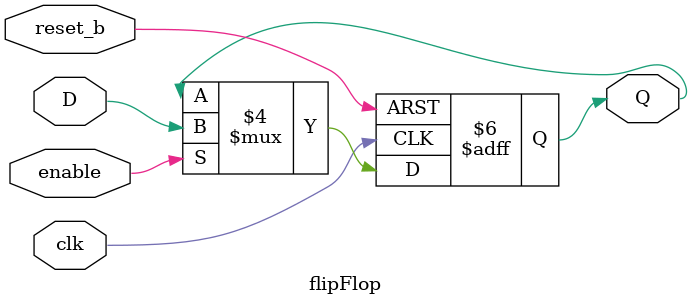
<source format=v>
`timescale 1ns / 1ns

module Morse_Code_Encoder (CLOCK_50, SW, KEY, LEDR);

	input CLOCK_50;
	input [2:0] SW;
	input [1:0] KEY;
	
	output [1:0] LEDR;

	wire [2:0] code_select;
	assign code_select = SW[2:0];
	
	wire [12:0] morse_code;
	wire [26:0] counter;
	assign counter = 27'b0;
	
	wire enable_pulse;
	
	wire show_code;
	assign show_code = ~KEY[1];
	
	wire asynch_reset;
	assign asynch_reset = ~KEY[0];
	
	wire morse_output;
	
	MorseCodeMux mux1 ( code_select, morse_code );
	
	RateDivider rate1 ( CLOCK_50, counter, enable_pulse );
	
	ShiftRegister reg1 ( .code(morse_code), .right_shift(show_code), .clock(CLOCK_50), .reset(asynch_reset), .enable_shift(enable_pulse), .Q(morse_output) );
	
	assign LEDR[0] = morse_output;

endmodule





// multiplexer module for choosing Morse Codes for Letters
module MorseCodeMux(select, code);

	input [2:0] select;
	output reg [12:0] code;

	always @ (*)
	begin
		case (select[2:0])
			3'b000: code = 13'b101;  //I
			3'b001: code = 13'b1110111011101;  //J
			3'b010: code = 13'b111010111;  //K
			3'b011: code = 13'b101011101;  //L
			3'b100: code = 13'b1110111;  //M
			3'b101: code = 13'b10111;  //N
			3'b110: code = 13'b11101110111;  //O
			3'b111: code = 13'b10111011101;  //P
		endcase
	end
	
endmodule




//Creates enable signal that pulses every 0.5s (THis is a 2Hz pule)
//Therefore need to count to 25M to get 2Hz
module RateDivider (clock, counter, enable);

	input clock;
	output reg [26:0] counter;
	output reg enable;

	always @ (posedge clock)
	begin
		if (counter == 27'b0)
		begin
			counter <= 27'b001011111010111100000111111; //25M - 1 = 24 999 999
			enable <= 1;
		end
		else if (counter === 27'bx)
		begin
			counter <= 27'b0;
		end
		else
		begin
			counter <= counter - 1;
			enable <= 0;
		end
	end

endmodule






module ShiftRegister( code, right_shift, clock, reset, enable_shift, Q );

	input [12:0] code;
	input right_shift, clock, reset, enable_shift	;
	output Q;

	wire b11, b10, b9, b8, b7, b6, b5, b4, b3, b2, b1, b0;

	FF_sub_circuit Bit12 ( .D(code[12]), .left(1'b0), .shift(right_shift), .clock(clock), .reset(reset), .enable(enable_shift), .Q(b12) );
	FF_sub_circuit Bit11 ( .D(code[11]), .left(b12), .shift(right_shift), .clock(clock), .reset(reset), .enable(enable_shift), .Q(b11) );
	FF_sub_circuit Bit10 ( .D(code[10]), .left(b11), .shift(right_shift), .clock(clock), .reset(reset), .enable(enable_shift), .Q(b10) );
	FF_sub_circuit Bit9 ( .D(code[9]), .left(b10), .shift(right_shift), .clock(clock), .reset(reset), .enable(enable_shift), .Q(b9) );
	FF_sub_circuit Bit8 ( .D(code[8]), .left(b9), .shift(right_shift), .clock(clock), .reset(reset), .enable(enable_shift), .Q(b8) );
	FF_sub_circuit Bit7 ( .D(code[7]), .left(b8), .shift(right_shift), .clock(clock), .reset(reset), .enable(enable_shift), .Q(b7) );
	FF_sub_circuit Bit6 ( .D(code[6]), .left(b7), .shift(right_shift), .clock(clock), .reset(reset), .enable(enable_shift), .Q(b6) );
	FF_sub_circuit Bit5 ( .D(code[5]), .left(b6), .shift(right_shift), .clock(clock), .reset(reset), .enable(enable_shift), .Q(b5) );
	FF_sub_circuit Bit4 ( .D(code[4]), .left(b5), .shift(right_shift), .clock(clock), .reset(reset), .enable(enable_shift), .Q(b4) );
	FF_sub_circuit Bit3 ( .D(code[3]), .left(b4), .shift(right_shift), .clock(clock), .reset(reset), .enable(enable_shift), .Q(b3) );
	FF_sub_circuit Bit2 ( .D(code[2]), .left(b3), .shift(right_shift), .clock(clock), .reset(reset), .enable(enable_shift), .Q(b2) );
	FF_sub_circuit Bit1 ( .D(code[1]), .left(b2), .shift(right_shift), .clock(clock), .reset(reset), .enable(enable_shift), .Q(b1) );
	FF_sub_circuit Bit0 ( .D(code[0]), .left(b1), .shift(right_shift), .clock(clock), .reset(reset), .enable(enable_shift), .Q(b0) );

	assign Q = b0;

endmodule



module FF_sub_circuit( D, left, shift, clock, reset, enable, Q );

	input D, left, shift, clock, reset, enable;
	output Q;
	wire w1;

	mux2to1 mux1( .x(D), .y(left), .s(shift), .m(w1) );

	flipFlop FF1( .D(w1), .clk(clock), .reset_b(reset), .enable(enable), .Q(Q) );

endmodule




module mux2to1(x, y, s, m);

	input x; //select 0
	input y; //select 1
	input s; //select signal
	output m; //output

	assign m = s ? y : x;

endmodule 




module flipFlop ( D, clk, reset_b, enable, Q );

	input D, clk, reset_b, enable;
	output reg Q;
	
	always@(posedge clk, posedge reset_b)
		begin
			if(reset_b == 1'b1) //active-high asynch reset
				Q <= 1'b0;
			else if(enable == 1'b1)
				Q <= D;
		end
		
endmodule 




</source>
